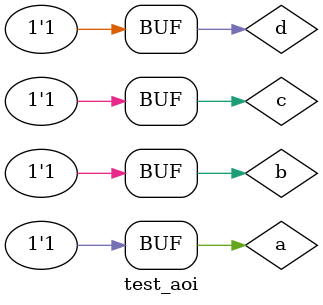
<source format=v>
module aoi(y,a,b,c,d);
output y;
input a,b,c,d;
wire w1,w2,w3;
and x1(w1,a,b);
and x2(w2,c,d);
or x3(w3,w1,w2);
not x4(y,w3);
endmodule 


module test_aoi;
wire y;
reg a,b,c,d;
aoi x1(y,a,b,c,d);
initial begin 
$monitor($time,"a=%b , b=%b , c=%b , d=%b , y=%b ",a,b,c,d,y);
a=1'b0; b=1'b0; c=1'b0; d=1'b0;
#10;
a=1'b0; b=1'b0; c=1'b0; d=1'b1;
#10;
a=1'b0; b=1'b0; c=1'b1; d=1'b0;
#10;
a=1'b0; b=1'b0; c=1'b1; d=1'b1;
#10;
{a,b,c,d}=4'b0100;
#10;
{a,b,c,d}=4'b0101;
#10;
{a,b,c,d}=4'b0110;
#10;
{a,b,c,d}=4'b0111;
#10;
{a,b,c,d}=4'b1000;
#10;
{a,b,c,d}=4'b1001;
#10;
{a,b,c,d}=4'b1010;
#10;
{a,b,c,d}=4'b1011;
#10;
{a,b,c,d}=4'b1100;
#10;
{a,b,c,d}=4'b1101;
#10;
{a,b,c,d}=4'b1110;
#10;
{a,b,c,d}=4'b1111;
#10;
end 
endmodule

</source>
